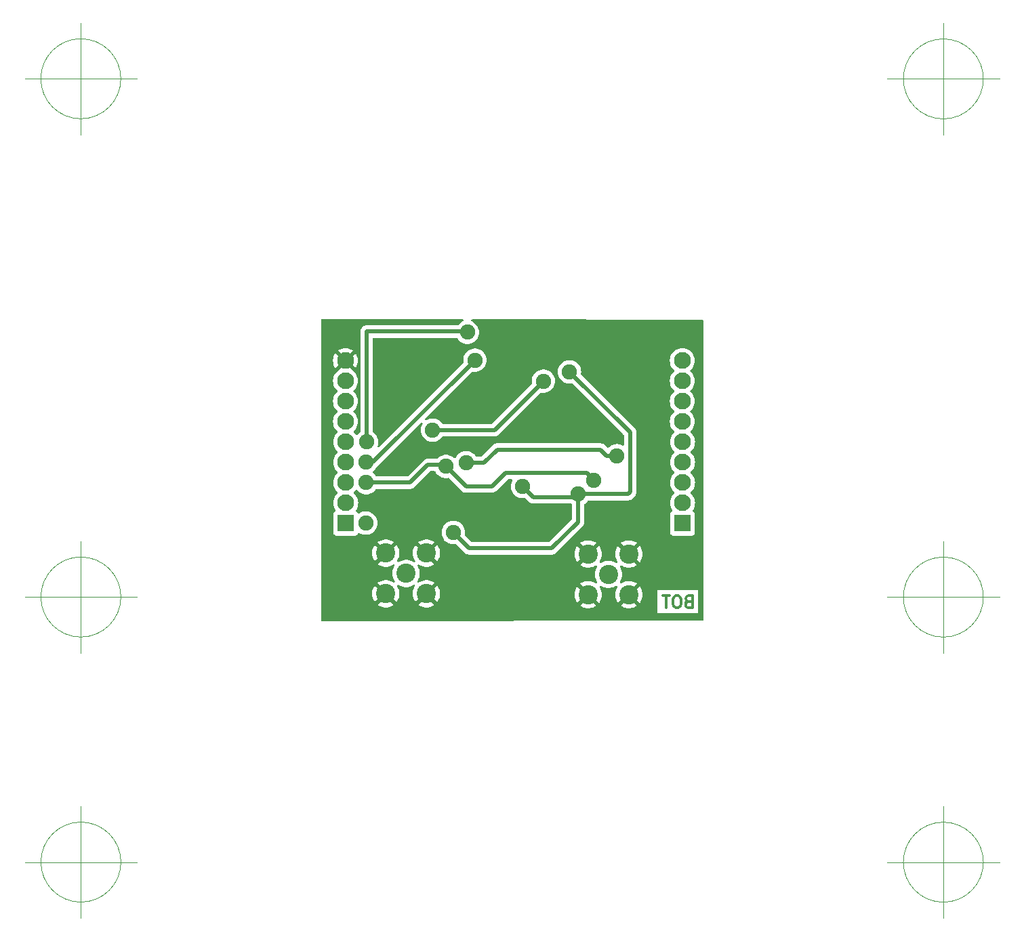
<source format=gbl>
G04 #@! TF.GenerationSoftware,KiCad,Pcbnew,8.0.0-rc1-6-gb7460f29b4*
G04 #@! TF.CreationDate,2025-03-10T21:44:44+01:00*
G04 #@! TF.ProjectId,LO_daughter,4c4f5f64-6175-4676-9874-65722e6b6963,rev?*
G04 #@! TF.SameCoordinates,Original*
G04 #@! TF.FileFunction,Copper,L2,Bot*
G04 #@! TF.FilePolarity,Positive*
%FSLAX46Y46*%
G04 Gerber Fmt 4.6, Leading zero omitted, Abs format (unit mm)*
G04 Created by KiCad (PCBNEW 8.0.0-rc1-6-gb7460f29b4) date 2025-03-10 21:44:44*
%MOMM*%
%LPD*%
G01*
G04 APERTURE LIST*
%ADD10C,0.300000*%
G04 #@! TA.AperFunction,NonConductor*
%ADD11C,0.300000*%
G04 #@! TD*
G04 #@! TA.AperFunction,EtchedComponent*
%ADD12C,0.100000*%
G04 #@! TD*
G04 #@! TA.AperFunction,ComponentPad*
%ADD13C,2.400000*%
G04 #@! TD*
G04 #@! TA.AperFunction,ComponentPad*
%ADD14R,2.100000X2.100000*%
G04 #@! TD*
G04 #@! TA.AperFunction,ComponentPad*
%ADD15C,2.100000*%
G04 #@! TD*
G04 #@! TA.AperFunction,ViaPad*
%ADD16C,1.900000*%
G04 #@! TD*
G04 #@! TA.AperFunction,ViaPad*
%ADD17C,0.800000*%
G04 #@! TD*
G04 #@! TA.AperFunction,Conductor*
%ADD18C,0.541000*%
G04 #@! TD*
G04 #@! TA.AperFunction,Conductor*
%ADD19C,1.072000*%
G04 #@! TD*
G04 APERTURE END LIST*
D10*
D11*
X175650000Y-115382614D02*
X175435714Y-115454042D01*
X175435714Y-115454042D02*
X175364285Y-115525471D01*
X175364285Y-115525471D02*
X175292857Y-115668328D01*
X175292857Y-115668328D02*
X175292857Y-115882614D01*
X175292857Y-115882614D02*
X175364285Y-116025471D01*
X175364285Y-116025471D02*
X175435714Y-116096900D01*
X175435714Y-116096900D02*
X175578571Y-116168328D01*
X175578571Y-116168328D02*
X176150000Y-116168328D01*
X176150000Y-116168328D02*
X176150000Y-114668328D01*
X176150000Y-114668328D02*
X175650000Y-114668328D01*
X175650000Y-114668328D02*
X175507143Y-114739757D01*
X175507143Y-114739757D02*
X175435714Y-114811185D01*
X175435714Y-114811185D02*
X175364285Y-114954042D01*
X175364285Y-114954042D02*
X175364285Y-115096900D01*
X175364285Y-115096900D02*
X175435714Y-115239757D01*
X175435714Y-115239757D02*
X175507143Y-115311185D01*
X175507143Y-115311185D02*
X175650000Y-115382614D01*
X175650000Y-115382614D02*
X176150000Y-115382614D01*
X174364285Y-114668328D02*
X174078571Y-114668328D01*
X174078571Y-114668328D02*
X173935714Y-114739757D01*
X173935714Y-114739757D02*
X173792857Y-114882614D01*
X173792857Y-114882614D02*
X173721428Y-115168328D01*
X173721428Y-115168328D02*
X173721428Y-115668328D01*
X173721428Y-115668328D02*
X173792857Y-115954042D01*
X173792857Y-115954042D02*
X173935714Y-116096900D01*
X173935714Y-116096900D02*
X174078571Y-116168328D01*
X174078571Y-116168328D02*
X174364285Y-116168328D01*
X174364285Y-116168328D02*
X174507143Y-116096900D01*
X174507143Y-116096900D02*
X174650000Y-115954042D01*
X174650000Y-115954042D02*
X174721428Y-115668328D01*
X174721428Y-115668328D02*
X174721428Y-115168328D01*
X174721428Y-115168328D02*
X174650000Y-114882614D01*
X174650000Y-114882614D02*
X174507143Y-114739757D01*
X174507143Y-114739757D02*
X174364285Y-114668328D01*
X173292856Y-114668328D02*
X172435714Y-114668328D01*
X172864285Y-116168328D02*
X172864285Y-114668328D01*
D12*
X207500000Y-43080000D02*
X207500000Y-57080000D01*
X214500000Y-50080000D02*
X200500000Y-50080000D01*
X212500000Y-50080000D02*
G75*
G02*
X202500000Y-50080000I-5000000J0D01*
G01*
X202500000Y-50080000D02*
G75*
G02*
X212500000Y-50080000I5000000J0D01*
G01*
X99750000Y-107830000D02*
X99750000Y-121830000D01*
X106750000Y-114830000D02*
X92750000Y-114830000D01*
X104750000Y-114830000D02*
G75*
G02*
X94750000Y-114830000I-5000000J0D01*
G01*
X94750000Y-114830000D02*
G75*
G02*
X104750000Y-114830000I5000000J0D01*
G01*
X99750000Y-140960000D02*
X99750000Y-154960000D01*
X106750000Y-147960000D02*
X92750000Y-147960000D01*
X104750000Y-147960000D02*
G75*
G02*
X94750000Y-147960000I-5000000J0D01*
G01*
X94750000Y-147960000D02*
G75*
G02*
X104750000Y-147960000I5000000J0D01*
G01*
X99740000Y-43060000D02*
X99740000Y-57060000D01*
X106740000Y-50060000D02*
X92740000Y-50060000D01*
X104740000Y-50060000D02*
G75*
G02*
X94740000Y-50060000I-5000000J0D01*
G01*
X94740000Y-50060000D02*
G75*
G02*
X104740000Y-50060000I5000000J0D01*
G01*
X207500000Y-107840000D02*
X207500000Y-121840000D01*
X214500000Y-114840000D02*
X200500000Y-114840000D01*
X212500000Y-114840000D02*
G75*
G02*
X202500000Y-114840000I-5000000J0D01*
G01*
X202500000Y-114840000D02*
G75*
G02*
X212500000Y-114840000I5000000J0D01*
G01*
X207500000Y-140970000D02*
X207500000Y-154970000D01*
X214500000Y-147970000D02*
X200500000Y-147970000D01*
X212500000Y-147970000D02*
G75*
G02*
X202500000Y-147970000I-5000000J0D01*
G01*
X202500000Y-147970000D02*
G75*
G02*
X212500000Y-147970000I5000000J0D01*
G01*
D13*
X165670000Y-111990000D03*
X163130000Y-109450000D03*
X163130000Y-114530000D03*
X168210000Y-114530000D03*
X168210000Y-109450000D03*
D14*
X174910000Y-105607500D03*
D15*
X174910000Y-103067500D03*
X174910000Y-100527500D03*
X174910000Y-97987500D03*
X174910000Y-95447500D03*
X174885000Y-92907500D03*
X174885000Y-90367500D03*
X174885000Y-87827500D03*
X174885000Y-85282500D03*
D13*
X140380000Y-111880000D03*
X137840000Y-109340000D03*
X137840000Y-114420000D03*
X142920000Y-114420000D03*
X142920000Y-109340000D03*
D14*
X132830000Y-105607500D03*
D15*
X132830000Y-103067500D03*
X132830000Y-100527500D03*
X132830000Y-97987500D03*
X132830000Y-95447500D03*
X132805000Y-92907500D03*
X132805000Y-90367500D03*
X132805000Y-87827500D03*
X132805000Y-85282500D03*
D16*
X143690000Y-93970000D03*
X157530000Y-87850000D03*
D17*
X155210000Y-107390000D03*
X159830000Y-109470000D03*
X136910000Y-93750000D03*
X163080000Y-111980000D03*
X137640000Y-111860000D03*
X156250000Y-93970000D03*
X150040000Y-111340000D03*
X153850000Y-111410000D03*
X165650000Y-104460000D03*
X140440000Y-114530000D03*
X165670000Y-114490000D03*
X155780000Y-111390000D03*
X148630000Y-107150000D03*
X164350000Y-107340000D03*
X150350000Y-107170000D03*
X168000000Y-112050000D03*
X146260000Y-108840000D03*
X151910000Y-111370000D03*
X157940000Y-111360000D03*
X154940000Y-94450000D03*
X148260000Y-111830000D03*
X146380000Y-103520000D03*
X145470000Y-91460000D03*
X161240000Y-108060000D03*
X140470000Y-109440000D03*
X139130000Y-97730000D03*
X167000000Y-105500000D03*
X166950000Y-107310000D03*
X164070000Y-104430000D03*
X136860000Y-91690000D03*
X153740000Y-93898000D03*
X145100000Y-110610000D03*
X146980000Y-113200000D03*
X145010000Y-113270000D03*
X162750000Y-107170000D03*
D16*
X160800000Y-86680000D03*
X135330000Y-105590000D03*
X146280000Y-106760000D03*
X161860000Y-101980000D03*
X154940000Y-101030000D03*
X135390000Y-100530000D03*
X163850000Y-100220000D03*
X145355000Y-98505000D03*
X148030000Y-81730000D03*
X135450000Y-95450000D03*
X166721321Y-97174907D03*
X147880000Y-98060000D03*
X135330000Y-97970000D03*
X148980000Y-85230000D03*
D18*
X143690000Y-93970000D02*
X151410000Y-93970000D01*
X151410000Y-93970000D02*
X157530000Y-87850000D01*
X160800000Y-86680000D02*
X168370000Y-94250000D01*
X168370000Y-101700000D02*
X168090000Y-101980000D01*
X154940000Y-101030000D02*
X156250000Y-102340000D01*
X161500000Y-102340000D02*
X161860000Y-101980000D01*
X135330000Y-105590000D02*
X135530000Y-105790000D01*
X146280000Y-106760000D02*
X148270000Y-108750000D01*
X168370000Y-94250000D02*
X168370000Y-101700000D01*
X156250000Y-102340000D02*
X161500000Y-102340000D01*
D19*
X154940000Y-101030000D02*
X154940000Y-101060000D01*
D18*
X168090000Y-101980000D02*
X161860000Y-101980000D01*
X161860000Y-105460000D02*
X161860000Y-101980000D01*
X148270000Y-108750000D02*
X158570000Y-108750000D01*
X158570000Y-108750000D02*
X161860000Y-105460000D01*
X162960000Y-99330000D02*
X163850000Y-100220000D01*
X151090000Y-101020000D02*
X152780000Y-99330000D01*
X145355000Y-98505000D02*
X147870000Y-101020000D01*
X140890000Y-100530000D02*
X135390000Y-100530000D01*
X147870000Y-101020000D02*
X151090000Y-101020000D01*
X143100000Y-98320000D02*
X140890000Y-100530000D01*
X145170000Y-98320000D02*
X143100000Y-98320000D01*
X152780000Y-99330000D02*
X162960000Y-99330000D01*
X145355000Y-98505000D02*
X145170000Y-98320000D01*
X135450000Y-81660000D02*
X135450000Y-95450000D01*
X148030000Y-81730000D02*
X147960000Y-81660000D01*
X147960000Y-81660000D02*
X135450000Y-81660000D01*
X151750000Y-96400000D02*
X150090000Y-98060000D01*
X150090000Y-98060000D02*
X147880000Y-98060000D01*
X165444907Y-97174907D02*
X164670000Y-96400000D01*
X164670000Y-96400000D02*
X151750000Y-96400000D01*
X166721321Y-97174907D02*
X165444907Y-97174907D01*
X135330000Y-97970000D02*
X136240000Y-97970000D01*
X136240000Y-97970000D02*
X148980000Y-85230000D01*
G04 #@! TA.AperFunction,Conductor*
G36*
X147429814Y-80134809D02*
G01*
X147497917Y-80154868D01*
X147544365Y-80208563D01*
X147554410Y-80278845D01*
X147524863Y-80343401D01*
X147470622Y-80379981D01*
X147442126Y-80389764D01*
X147442119Y-80389766D01*
X147229542Y-80504807D01*
X147229541Y-80504808D01*
X147038792Y-80653274D01*
X146875101Y-80831091D01*
X146874093Y-80832387D01*
X146873546Y-80832780D01*
X146871564Y-80834934D01*
X146871120Y-80834526D01*
X146816469Y-80873861D01*
X146774658Y-80881000D01*
X135373271Y-80881000D01*
X135222773Y-80910937D01*
X135222770Y-80910938D01*
X135081004Y-80969659D01*
X134953417Y-81054910D01*
X134953411Y-81054915D01*
X134844915Y-81163411D01*
X134844910Y-81163417D01*
X134759659Y-81291004D01*
X134700938Y-81432770D01*
X134700937Y-81432773D01*
X134671000Y-81583271D01*
X134671000Y-94146508D01*
X134650998Y-94214629D01*
X134622391Y-94245939D01*
X134458799Y-94373268D01*
X134296070Y-94550039D01*
X134235217Y-94586610D01*
X134164253Y-94584475D01*
X134105707Y-94544314D01*
X134095940Y-94530541D01*
X134094758Y-94528613D01*
X134094754Y-94528607D01*
X134094753Y-94528606D01*
X134094752Y-94528604D01*
X133935433Y-94342067D01*
X133842430Y-94262634D01*
X133803621Y-94203183D01*
X133803115Y-94132188D01*
X133841071Y-94072190D01*
X133842321Y-94071105D01*
X133910433Y-94012933D01*
X134069752Y-93826396D01*
X134197927Y-93617232D01*
X134291805Y-93390592D01*
X134349072Y-93152057D01*
X134368319Y-92907500D01*
X134349072Y-92662943D01*
X134291805Y-92424408D01*
X134197927Y-92197768D01*
X134069752Y-91988604D01*
X133910433Y-91802067D01*
X133829929Y-91733309D01*
X133791121Y-91673860D01*
X133790615Y-91602866D01*
X133828571Y-91542867D01*
X133829879Y-91541732D01*
X133910433Y-91472933D01*
X134069752Y-91286396D01*
X134197927Y-91077232D01*
X134291805Y-90850592D01*
X134349072Y-90612057D01*
X134368319Y-90367500D01*
X134349072Y-90122943D01*
X134291805Y-89884408D01*
X134197927Y-89657768D01*
X134069752Y-89448604D01*
X133910433Y-89262067D01*
X133829929Y-89193309D01*
X133791121Y-89133860D01*
X133790615Y-89062866D01*
X133828571Y-89002867D01*
X133829879Y-89001732D01*
X133910433Y-88932933D01*
X134069752Y-88746396D01*
X134197927Y-88537232D01*
X134291805Y-88310592D01*
X134349072Y-88072057D01*
X134368319Y-87827500D01*
X134349072Y-87582943D01*
X134291805Y-87344408D01*
X134197927Y-87117768D01*
X134084122Y-86932054D01*
X134069754Y-86908607D01*
X134069753Y-86908606D01*
X134069752Y-86908604D01*
X133910433Y-86722067D01*
X133757396Y-86591360D01*
X133742337Y-86578498D01*
X133735073Y-86571782D01*
X132929948Y-85766657D01*
X132997993Y-85748425D01*
X133112007Y-85682599D01*
X133205099Y-85589507D01*
X133270925Y-85475493D01*
X133289157Y-85407448D01*
X134074461Y-86192752D01*
X134074462Y-86192751D01*
X134197479Y-85992008D01*
X134291328Y-85765435D01*
X134348576Y-85526978D01*
X134367817Y-85282500D01*
X134348576Y-85038021D01*
X134291328Y-84799564D01*
X134197479Y-84572991D01*
X134074462Y-84372247D01*
X134074460Y-84372247D01*
X133289157Y-85157550D01*
X133270925Y-85089507D01*
X133205099Y-84975493D01*
X133112007Y-84882401D01*
X132997993Y-84816575D01*
X132929948Y-84798342D01*
X133715251Y-84013038D01*
X133715251Y-84013037D01*
X133514503Y-83890018D01*
X133287935Y-83796171D01*
X133049478Y-83738923D01*
X132805000Y-83719682D01*
X132560521Y-83738923D01*
X132322064Y-83796171D01*
X132095496Y-83890018D01*
X131894747Y-84013037D01*
X131894747Y-84013038D01*
X132680051Y-84798342D01*
X132612007Y-84816575D01*
X132497993Y-84882401D01*
X132404901Y-84975493D01*
X132339075Y-85089507D01*
X132320842Y-85157551D01*
X131535538Y-84372247D01*
X131535537Y-84372247D01*
X131412518Y-84572996D01*
X131318671Y-84799564D01*
X131261423Y-85038021D01*
X131242182Y-85282500D01*
X131261423Y-85526978D01*
X131318671Y-85765435D01*
X131412518Y-85992003D01*
X131535538Y-86192751D01*
X132320841Y-85407447D01*
X132339075Y-85475493D01*
X132404901Y-85589507D01*
X132497993Y-85682599D01*
X132612007Y-85748425D01*
X132680051Y-85766657D01*
X131874913Y-86571795D01*
X131867649Y-86578510D01*
X131699567Y-86722067D01*
X131540245Y-86908607D01*
X131412074Y-87117766D01*
X131318195Y-87344407D01*
X131261899Y-87578900D01*
X131260928Y-87582943D01*
X131241681Y-87827500D01*
X131260928Y-88072057D01*
X131318195Y-88310592D01*
X131412073Y-88537232D01*
X131465094Y-88623756D01*
X131540245Y-88746392D01*
X131540246Y-88746394D01*
X131540248Y-88746396D01*
X131699567Y-88932933D01*
X131765903Y-88989589D01*
X131780069Y-89001689D01*
X131818878Y-89061140D01*
X131819384Y-89132135D01*
X131781428Y-89192133D01*
X131780069Y-89193311D01*
X131699567Y-89262067D01*
X131540245Y-89448607D01*
X131412074Y-89657766D01*
X131412073Y-89657768D01*
X131318195Y-89884408D01*
X131260928Y-90122943D01*
X131241681Y-90367500D01*
X131260928Y-90612057D01*
X131318195Y-90850592D01*
X131412073Y-91077232D01*
X131412074Y-91077233D01*
X131540245Y-91286392D01*
X131540246Y-91286394D01*
X131540248Y-91286396D01*
X131699567Y-91472933D01*
X131765903Y-91529589D01*
X131780069Y-91541689D01*
X131818878Y-91601140D01*
X131819384Y-91672135D01*
X131781428Y-91732133D01*
X131780069Y-91733311D01*
X131699567Y-91802067D01*
X131540245Y-91988607D01*
X131412074Y-92197766D01*
X131318195Y-92424407D01*
X131287735Y-92551283D01*
X131260928Y-92662943D01*
X131241681Y-92907500D01*
X131260928Y-93152057D01*
X131318195Y-93390592D01*
X131412073Y-93617232D01*
X131412074Y-93617233D01*
X131540245Y-93826392D01*
X131540246Y-93826394D01*
X131540248Y-93826396D01*
X131699566Y-94012932D01*
X131699569Y-94012935D01*
X131792568Y-94092364D01*
X131831378Y-94151814D01*
X131831884Y-94222809D01*
X131793928Y-94282808D01*
X131792570Y-94283985D01*
X131724567Y-94342066D01*
X131565245Y-94528607D01*
X131437074Y-94737766D01*
X131343195Y-94964407D01*
X131323431Y-95046731D01*
X131285928Y-95202943D01*
X131266681Y-95447500D01*
X131285928Y-95692057D01*
X131343195Y-95930592D01*
X131437073Y-96157232D01*
X131447135Y-96173651D01*
X131565245Y-96366392D01*
X131565246Y-96366394D01*
X131565248Y-96366396D01*
X131724567Y-96552933D01*
X131781431Y-96601500D01*
X131805069Y-96621689D01*
X131843878Y-96681140D01*
X131844384Y-96752135D01*
X131806428Y-96812133D01*
X131805069Y-96813311D01*
X131724567Y-96882067D01*
X131565245Y-97068607D01*
X131437074Y-97277766D01*
X131437073Y-97277768D01*
X131436228Y-97279808D01*
X131358016Y-97468628D01*
X131343195Y-97504408D01*
X131285928Y-97742943D01*
X131266681Y-97987500D01*
X131285928Y-98232057D01*
X131343195Y-98470592D01*
X131437073Y-98697232D01*
X131485374Y-98776052D01*
X131565245Y-98906392D01*
X131565246Y-98906394D01*
X131565248Y-98906396D01*
X131724567Y-99092933D01*
X131783508Y-99143274D01*
X131805069Y-99161689D01*
X131843878Y-99221140D01*
X131844384Y-99292135D01*
X131806428Y-99352133D01*
X131805069Y-99353311D01*
X131724567Y-99422067D01*
X131565245Y-99608607D01*
X131437074Y-99817766D01*
X131370242Y-99979112D01*
X131343195Y-100044408D01*
X131285928Y-100282943D01*
X131266681Y-100527500D01*
X131285928Y-100772057D01*
X131317429Y-100903269D01*
X131343195Y-101010592D01*
X131437073Y-101237232D01*
X131565245Y-101446392D01*
X131565246Y-101446394D01*
X131565248Y-101446396D01*
X131724567Y-101632933D01*
X131790903Y-101689589D01*
X131805069Y-101701689D01*
X131843878Y-101761140D01*
X131844384Y-101832135D01*
X131806428Y-101892133D01*
X131805069Y-101893311D01*
X131724567Y-101962067D01*
X131565245Y-102148607D01*
X131499931Y-102255192D01*
X131437073Y-102357768D01*
X131409578Y-102424145D01*
X131343195Y-102584407D01*
X131301279Y-102759000D01*
X131285928Y-102822943D01*
X131266681Y-103067500D01*
X131285928Y-103312057D01*
X131343195Y-103550592D01*
X131437073Y-103777232D01*
X131437074Y-103777233D01*
X131545867Y-103954770D01*
X131564405Y-104023303D01*
X131542948Y-104090980D01*
X131513943Y-104121472D01*
X131416738Y-104194238D01*
X131329112Y-104311292D01*
X131329110Y-104311297D01*
X131278011Y-104448295D01*
X131278009Y-104448303D01*
X131271500Y-104508850D01*
X131271500Y-106706149D01*
X131278009Y-106766696D01*
X131278011Y-106766704D01*
X131329110Y-106903702D01*
X131329112Y-106903707D01*
X131416738Y-107020761D01*
X131533792Y-107108387D01*
X131533794Y-107108388D01*
X131533796Y-107108389D01*
X131592875Y-107130424D01*
X131670795Y-107159488D01*
X131670803Y-107159490D01*
X131731350Y-107165999D01*
X131731355Y-107165999D01*
X131731362Y-107166000D01*
X131731368Y-107166000D01*
X133928632Y-107166000D01*
X133928638Y-107166000D01*
X133928645Y-107165999D01*
X133928649Y-107165999D01*
X133989196Y-107159490D01*
X133989199Y-107159489D01*
X133989201Y-107159489D01*
X134126204Y-107108389D01*
X134177788Y-107069774D01*
X134243261Y-107020761D01*
X134330887Y-106903707D01*
X134330888Y-106903705D01*
X134330887Y-106903705D01*
X134330889Y-106903704D01*
X134341294Y-106875805D01*
X134383839Y-106818972D01*
X134450359Y-106794160D01*
X134519733Y-106809251D01*
X134528280Y-106814366D01*
X134529532Y-106815184D01*
X134529542Y-106815192D01*
X134693094Y-106903702D01*
X134742119Y-106930233D01*
X134742121Y-106930234D01*
X134862150Y-106971439D01*
X134970732Y-107008716D01*
X135209145Y-107048500D01*
X135209149Y-107048500D01*
X135450851Y-107048500D01*
X135450855Y-107048500D01*
X135689268Y-107008716D01*
X135917881Y-106930233D01*
X136130458Y-106815192D01*
X136321201Y-106666731D01*
X136484906Y-106488900D01*
X136617109Y-106286549D01*
X136714203Y-106065197D01*
X136773539Y-105830884D01*
X136793499Y-105590000D01*
X136773539Y-105349116D01*
X136771555Y-105341283D01*
X136714204Y-105114806D01*
X136714201Y-105114799D01*
X136617109Y-104893451D01*
X136484906Y-104691100D01*
X136484905Y-104691099D01*
X136484904Y-104691097D01*
X136321207Y-104513274D01*
X136315538Y-104508862D01*
X136130458Y-104364808D01*
X136130457Y-104364807D01*
X135917880Y-104249766D01*
X135917878Y-104249765D01*
X135689272Y-104171285D01*
X135689265Y-104171283D01*
X135587230Y-104154256D01*
X135450855Y-104131500D01*
X135209145Y-104131500D01*
X135089832Y-104151409D01*
X134970734Y-104171283D01*
X134970727Y-104171285D01*
X134742121Y-104249765D01*
X134742119Y-104249766D01*
X134529542Y-104364807D01*
X134529530Y-104364815D01*
X134526507Y-104367169D01*
X134460464Y-104393223D01*
X134390819Y-104379436D01*
X134339684Y-104330184D01*
X134331064Y-104311766D01*
X134330888Y-104311294D01*
X134330887Y-104311292D01*
X134243262Y-104194240D01*
X134243259Y-104194238D01*
X134146055Y-104121471D01*
X134103509Y-104064635D01*
X134098445Y-103993819D01*
X134114129Y-103954775D01*
X134222927Y-103777232D01*
X134316805Y-103550592D01*
X134374072Y-103312057D01*
X134393319Y-103067500D01*
X134374072Y-102822943D01*
X134316805Y-102584408D01*
X134222927Y-102357768D01*
X134107819Y-102169928D01*
X134094754Y-102148607D01*
X134094753Y-102148606D01*
X134094752Y-102148604D01*
X133935433Y-101962067D01*
X133854929Y-101893309D01*
X133816121Y-101833860D01*
X133815615Y-101762866D01*
X133853571Y-101702867D01*
X133854879Y-101701732D01*
X133935433Y-101632933D01*
X134077767Y-101466281D01*
X134137216Y-101427473D01*
X134208211Y-101426966D01*
X134266278Y-101462776D01*
X134398792Y-101606725D01*
X134398797Y-101606729D01*
X134398799Y-101606731D01*
X134563484Y-101734910D01*
X134589541Y-101755191D01*
X134589542Y-101755192D01*
X134802119Y-101870233D01*
X134802121Y-101870234D01*
X134922150Y-101911439D01*
X135030732Y-101948716D01*
X135269145Y-101988500D01*
X135269149Y-101988500D01*
X135510851Y-101988500D01*
X135510855Y-101988500D01*
X135749268Y-101948716D01*
X135977881Y-101870233D01*
X136190458Y-101755192D01*
X136381201Y-101606731D01*
X136423300Y-101561000D01*
X136492697Y-101485614D01*
X136544906Y-101428900D01*
X136585947Y-101366082D01*
X136639949Y-101319996D01*
X136691428Y-101309000D01*
X140966724Y-101309000D01*
X140966725Y-101309000D01*
X141117226Y-101279064D01*
X141218216Y-101237232D01*
X141258995Y-101220341D01*
X141386583Y-101135089D01*
X141495089Y-101026583D01*
X143385767Y-99135905D01*
X143448079Y-99101879D01*
X143474862Y-99099000D01*
X143940589Y-99099000D01*
X144008710Y-99119002D01*
X144055203Y-99172658D01*
X144055976Y-99174386D01*
X144066140Y-99197558D01*
X144067891Y-99201549D01*
X144122537Y-99285191D01*
X144200095Y-99403902D01*
X144363792Y-99581725D01*
X144363797Y-99581729D01*
X144363799Y-99581731D01*
X144478856Y-99671283D01*
X144554541Y-99730191D01*
X144554542Y-99730192D01*
X144767119Y-99845233D01*
X144767121Y-99845234D01*
X144887150Y-99886439D01*
X144995732Y-99923716D01*
X145234145Y-99963500D01*
X145234149Y-99963500D01*
X145475856Y-99963500D01*
X145512555Y-99957375D01*
X145614109Y-99940429D01*
X145684592Y-99948945D01*
X145723943Y-99975615D01*
X147264911Y-101516583D01*
X147373417Y-101625089D01*
X147501005Y-101710341D01*
X147560323Y-101734911D01*
X147642774Y-101769064D01*
X147793275Y-101799000D01*
X147793276Y-101799000D01*
X151166724Y-101799000D01*
X151166725Y-101799000D01*
X151317226Y-101769064D01*
X151421601Y-101725830D01*
X151458995Y-101710341D01*
X151586583Y-101625089D01*
X151695089Y-101516583D01*
X153065767Y-100145905D01*
X153128079Y-100111879D01*
X153154862Y-100109000D01*
X153566705Y-100109000D01*
X153634826Y-100129002D01*
X153681319Y-100182658D01*
X153691423Y-100252932D01*
X153672189Y-100303913D01*
X153653866Y-100331957D01*
X153652889Y-100333454D01*
X153555798Y-100554799D01*
X153555795Y-100554806D01*
X153496463Y-100789103D01*
X153496461Y-100789112D01*
X153476501Y-101030000D01*
X153496461Y-101270887D01*
X153496463Y-101270896D01*
X153555795Y-101505193D01*
X153555798Y-101505200D01*
X153652576Y-101725832D01*
X153652891Y-101726549D01*
X153721874Y-101832135D01*
X153785095Y-101928902D01*
X153948792Y-102106725D01*
X153948797Y-102106729D01*
X153948799Y-102106731D01*
X154064240Y-102196582D01*
X154139541Y-102255191D01*
X154139542Y-102255192D01*
X154352119Y-102370233D01*
X154352121Y-102370234D01*
X154472150Y-102411439D01*
X154580732Y-102448716D01*
X154819145Y-102488500D01*
X154819149Y-102488500D01*
X155060856Y-102488500D01*
X155097555Y-102482375D01*
X155199109Y-102465429D01*
X155269592Y-102473945D01*
X155308943Y-102500615D01*
X155644911Y-102836583D01*
X155753417Y-102945089D01*
X155881005Y-103030341D01*
X155922526Y-103047539D01*
X155922527Y-103047540D01*
X155957969Y-103062220D01*
X156022774Y-103089064D01*
X156173275Y-103119000D01*
X160905546Y-103119000D01*
X160973667Y-103139002D01*
X160982936Y-103145568D01*
X161032390Y-103184059D01*
X161073862Y-103241683D01*
X161081000Y-103283491D01*
X161081000Y-105085138D01*
X161060998Y-105153259D01*
X161044095Y-105174233D01*
X158284233Y-107934095D01*
X158221921Y-107968121D01*
X158195138Y-107971000D01*
X148644862Y-107971000D01*
X148576741Y-107950998D01*
X148555767Y-107934095D01*
X147753758Y-107132086D01*
X147719732Y-107069774D01*
X147720710Y-107012054D01*
X147723539Y-107000884D01*
X147743499Y-106760000D01*
X147723539Y-106519116D01*
X147715887Y-106488900D01*
X147664204Y-106284806D01*
X147664201Y-106284799D01*
X147567110Y-106063454D01*
X147567109Y-106063451D01*
X147434906Y-105861100D01*
X147434905Y-105861099D01*
X147434904Y-105861097D01*
X147271207Y-105683274D01*
X147080458Y-105534808D01*
X147080457Y-105534807D01*
X146867880Y-105419766D01*
X146867878Y-105419765D01*
X146639272Y-105341285D01*
X146639265Y-105341283D01*
X146537230Y-105324256D01*
X146400855Y-105301500D01*
X146159145Y-105301500D01*
X146039832Y-105321409D01*
X145920734Y-105341283D01*
X145920727Y-105341285D01*
X145692121Y-105419765D01*
X145692119Y-105419766D01*
X145479542Y-105534807D01*
X145479541Y-105534808D01*
X145288792Y-105683274D01*
X145125095Y-105861097D01*
X144992889Y-106063454D01*
X144895798Y-106284799D01*
X144895795Y-106284806D01*
X144836463Y-106519103D01*
X144836461Y-106519112D01*
X144816501Y-106760000D01*
X144836461Y-107000887D01*
X144836463Y-107000896D01*
X144895795Y-107235193D01*
X144895797Y-107235197D01*
X144992891Y-107456549D01*
X145081026Y-107591449D01*
X145125095Y-107658902D01*
X145288792Y-107836725D01*
X145288797Y-107836729D01*
X145288799Y-107836731D01*
X145457609Y-107968121D01*
X145479541Y-107985191D01*
X145479542Y-107985192D01*
X145692119Y-108100233D01*
X145692121Y-108100234D01*
X145812150Y-108141439D01*
X145920732Y-108178716D01*
X146159145Y-108218500D01*
X146159149Y-108218500D01*
X146400856Y-108218500D01*
X146437555Y-108212375D01*
X146539109Y-108195429D01*
X146609592Y-108203945D01*
X146648943Y-108230615D01*
X147664911Y-109246583D01*
X147773417Y-109355089D01*
X147901005Y-109440341D01*
X147942526Y-109457539D01*
X147942527Y-109457540D01*
X147977969Y-109472220D01*
X148042774Y-109499064D01*
X148193275Y-109529000D01*
X148193276Y-109529000D01*
X158646724Y-109529000D01*
X158646725Y-109529000D01*
X158797226Y-109499064D01*
X158897471Y-109457540D01*
X158938995Y-109440341D01*
X159066583Y-109355089D01*
X159175089Y-109246583D01*
X162465089Y-105956583D01*
X162550341Y-105828995D01*
X162570665Y-105779928D01*
X162609064Y-105687226D01*
X162639000Y-105536725D01*
X162639000Y-105383274D01*
X162639000Y-103283491D01*
X162659002Y-103215370D01*
X162687607Y-103184060D01*
X162851201Y-103056731D01*
X163014906Y-102878900D01*
X163055947Y-102816082D01*
X163109949Y-102769996D01*
X163161428Y-102759000D01*
X168166724Y-102759000D01*
X168166725Y-102759000D01*
X168317226Y-102729064D01*
X168444007Y-102676549D01*
X168458995Y-102670341D01*
X168586583Y-102585089D01*
X168695089Y-102476583D01*
X168975089Y-102196583D01*
X168992899Y-102169928D01*
X169060341Y-102068995D01*
X169100929Y-101971006D01*
X169119064Y-101927226D01*
X169149000Y-101776725D01*
X169149000Y-101623275D01*
X169149000Y-94173275D01*
X169146345Y-94159928D01*
X169119064Y-94022774D01*
X169114988Y-94012935D01*
X169065423Y-93893275D01*
X169065423Y-93893274D01*
X169065420Y-93893268D01*
X169060341Y-93881005D01*
X169060338Y-93881000D01*
X169023852Y-93826396D01*
X168975089Y-93753417D01*
X168866583Y-93644911D01*
X168129172Y-92907500D01*
X173321681Y-92907500D01*
X173340928Y-93152057D01*
X173398195Y-93390592D01*
X173492073Y-93617232D01*
X173492074Y-93617233D01*
X173620245Y-93826392D01*
X173620246Y-93826394D01*
X173620248Y-93826396D01*
X173779566Y-94012932D01*
X173779569Y-94012935D01*
X173872568Y-94092364D01*
X173911378Y-94151814D01*
X173911884Y-94222809D01*
X173873928Y-94282808D01*
X173872570Y-94283985D01*
X173804567Y-94342066D01*
X173645245Y-94528607D01*
X173517074Y-94737766D01*
X173423195Y-94964407D01*
X173403431Y-95046731D01*
X173365928Y-95202943D01*
X173346681Y-95447500D01*
X173365928Y-95692057D01*
X173423195Y-95930592D01*
X173517073Y-96157232D01*
X173527135Y-96173651D01*
X173645245Y-96366392D01*
X173645246Y-96366394D01*
X173645248Y-96366396D01*
X173804567Y-96552933D01*
X173861431Y-96601500D01*
X173885069Y-96621689D01*
X173923878Y-96681140D01*
X173924384Y-96752135D01*
X173886428Y-96812133D01*
X173885069Y-96813311D01*
X173804567Y-96882067D01*
X173645245Y-97068607D01*
X173517074Y-97277766D01*
X173517073Y-97277768D01*
X173516228Y-97279808D01*
X173438016Y-97468628D01*
X173423195Y-97504408D01*
X173365928Y-97742943D01*
X173346681Y-97987500D01*
X173365928Y-98232057D01*
X173423195Y-98470592D01*
X173517073Y-98697232D01*
X173565374Y-98776052D01*
X173645245Y-98906392D01*
X173645246Y-98906394D01*
X173645248Y-98906396D01*
X173804567Y-99092933D01*
X173863508Y-99143274D01*
X173885069Y-99161689D01*
X173923878Y-99221140D01*
X173924384Y-99292135D01*
X173886428Y-99352133D01*
X173885069Y-99353311D01*
X173804567Y-99422067D01*
X173645245Y-99608607D01*
X173517074Y-99817766D01*
X173450242Y-99979112D01*
X173423195Y-100044408D01*
X173365928Y-100282943D01*
X173346681Y-100527500D01*
X173365928Y-100772057D01*
X173397429Y-100903269D01*
X173423195Y-101010592D01*
X173517073Y-101237232D01*
X173645245Y-101446392D01*
X173645246Y-101446394D01*
X173645248Y-101446396D01*
X173804567Y-101632933D01*
X173870903Y-101689589D01*
X173885069Y-101701689D01*
X173923878Y-101761140D01*
X173924384Y-101832135D01*
X173886428Y-101892133D01*
X173885069Y-101893311D01*
X173804567Y-101962067D01*
X173645245Y-102148607D01*
X173579931Y-102255192D01*
X173517073Y-102357768D01*
X173489578Y-102424145D01*
X173423195Y-102584407D01*
X173381279Y-102759000D01*
X173365928Y-102822943D01*
X173346681Y-103067500D01*
X173365928Y-103312057D01*
X173423195Y-103550592D01*
X173517073Y-103777232D01*
X173517074Y-103777233D01*
X173625867Y-103954770D01*
X173644405Y-104023303D01*
X173622948Y-104090980D01*
X173593943Y-104121472D01*
X173496738Y-104194238D01*
X173409112Y-104311292D01*
X173409110Y-104311297D01*
X173358011Y-104448295D01*
X173358009Y-104448303D01*
X173351500Y-104508850D01*
X173351500Y-106706149D01*
X173358009Y-106766696D01*
X173358011Y-106766704D01*
X173409110Y-106903702D01*
X173409112Y-106903707D01*
X173496738Y-107020761D01*
X173613792Y-107108387D01*
X173613794Y-107108388D01*
X173613796Y-107108389D01*
X173672875Y-107130424D01*
X173750795Y-107159488D01*
X173750803Y-107159490D01*
X173811350Y-107165999D01*
X173811355Y-107165999D01*
X173811362Y-107166000D01*
X173811368Y-107166000D01*
X176008632Y-107166000D01*
X176008638Y-107166000D01*
X176008645Y-107165999D01*
X176008649Y-107165999D01*
X176069196Y-107159490D01*
X176069199Y-107159489D01*
X176069201Y-107159489D01*
X176206204Y-107108389D01*
X176257788Y-107069774D01*
X176323261Y-107020761D01*
X176410887Y-106903707D01*
X176410888Y-106903705D01*
X176410889Y-106903704D01*
X176461989Y-106766701D01*
X176462710Y-106760000D01*
X176468499Y-106706149D01*
X176468500Y-106706132D01*
X176468500Y-104508867D01*
X176468499Y-104508850D01*
X176461990Y-104448303D01*
X176461988Y-104448295D01*
X176410889Y-104311297D01*
X176410887Y-104311292D01*
X176323262Y-104194240D01*
X176323259Y-104194238D01*
X176226055Y-104121471D01*
X176183509Y-104064635D01*
X176178445Y-103993819D01*
X176194129Y-103954775D01*
X176302927Y-103777232D01*
X176396805Y-103550592D01*
X176454072Y-103312057D01*
X176473319Y-103067500D01*
X176454072Y-102822943D01*
X176396805Y-102584408D01*
X176302927Y-102357768D01*
X176187819Y-102169928D01*
X176174754Y-102148607D01*
X176174753Y-102148606D01*
X176174752Y-102148604D01*
X176015433Y-101962067D01*
X175934929Y-101893309D01*
X175896121Y-101833860D01*
X175895615Y-101762866D01*
X175933571Y-101702867D01*
X175934879Y-101701732D01*
X176015433Y-101632933D01*
X176174752Y-101446396D01*
X176302927Y-101237232D01*
X176396805Y-101010592D01*
X176454072Y-100772057D01*
X176473319Y-100527500D01*
X176454072Y-100282943D01*
X176396805Y-100044408D01*
X176302927Y-99817768D01*
X176188714Y-99631388D01*
X176174754Y-99608607D01*
X176174753Y-99608606D01*
X176174752Y-99608604D01*
X176015433Y-99422067D01*
X175934929Y-99353309D01*
X175896121Y-99293860D01*
X175895615Y-99222866D01*
X175933571Y-99162867D01*
X175934879Y-99161732D01*
X176015433Y-99092933D01*
X176174752Y-98906396D01*
X176302927Y-98697232D01*
X176396805Y-98470592D01*
X176454072Y-98232057D01*
X176473319Y-97987500D01*
X176454072Y-97742943D01*
X176396805Y-97504408D01*
X176302927Y-97277768D01*
X176174752Y-97068604D01*
X176015433Y-96882067D01*
X175934929Y-96813309D01*
X175896121Y-96753860D01*
X175895615Y-96682866D01*
X175933571Y-96622867D01*
X175934879Y-96621732D01*
X176015433Y-96552933D01*
X176174752Y-96366396D01*
X176302927Y-96157232D01*
X176396805Y-95930592D01*
X176454072Y-95692057D01*
X176473319Y-95447500D01*
X176454072Y-95202943D01*
X176396805Y-94964408D01*
X176302927Y-94737768D01*
X176196883Y-94564719D01*
X176174754Y-94528607D01*
X176174753Y-94528606D01*
X176174752Y-94528604D01*
X176015433Y-94342067D01*
X175922430Y-94262634D01*
X175883621Y-94203183D01*
X175883115Y-94132188D01*
X175921071Y-94072190D01*
X175922321Y-94071105D01*
X175990433Y-94012933D01*
X176149752Y-93826396D01*
X176277927Y-93617232D01*
X176371805Y-93390592D01*
X176429072Y-93152057D01*
X176448319Y-92907500D01*
X176429072Y-92662943D01*
X176371805Y-92424408D01*
X176277927Y-92197768D01*
X176149752Y-91988604D01*
X175990433Y-91802067D01*
X175909929Y-91733309D01*
X175871121Y-91673860D01*
X175870615Y-91602866D01*
X175908571Y-91542867D01*
X175909879Y-91541732D01*
X175990433Y-91472933D01*
X176149752Y-91286396D01*
X176277927Y-91077232D01*
X176371805Y-90850592D01*
X176429072Y-90612057D01*
X176448319Y-90367500D01*
X176429072Y-90122943D01*
X176371805Y-89884408D01*
X176277927Y-89657768D01*
X176149752Y-89448604D01*
X175990433Y-89262067D01*
X175909929Y-89193309D01*
X175871121Y-89133860D01*
X175870615Y-89062866D01*
X175908571Y-89002867D01*
X175909879Y-89001732D01*
X175990433Y-88932933D01*
X176149752Y-88746396D01*
X176277927Y-88537232D01*
X176371805Y-88310592D01*
X176429072Y-88072057D01*
X176448319Y-87827500D01*
X176429072Y-87582943D01*
X176371805Y-87344408D01*
X176277927Y-87117768D01*
X176164122Y-86932054D01*
X176149754Y-86908607D01*
X176149753Y-86908606D01*
X176149752Y-86908604D01*
X175990433Y-86722067D01*
X175907002Y-86650809D01*
X175868194Y-86591360D01*
X175867688Y-86520366D01*
X175905644Y-86460367D01*
X175906959Y-86459226D01*
X175990433Y-86387933D01*
X176149752Y-86201396D01*
X176277927Y-85992232D01*
X176371805Y-85765592D01*
X176429072Y-85527057D01*
X176448319Y-85282500D01*
X176429072Y-85037943D01*
X176371805Y-84799408D01*
X176277927Y-84572768D01*
X176171883Y-84399719D01*
X176149754Y-84363607D01*
X176149753Y-84363606D01*
X176149752Y-84363604D01*
X175990433Y-84177067D01*
X175803896Y-84017748D01*
X175803894Y-84017746D01*
X175803892Y-84017745D01*
X175595458Y-83890018D01*
X175594732Y-83889573D01*
X175368092Y-83795695D01*
X175129557Y-83738428D01*
X174885000Y-83719181D01*
X174640443Y-83738428D01*
X174401907Y-83795695D01*
X174175266Y-83889574D01*
X173966107Y-84017745D01*
X173779567Y-84177067D01*
X173620245Y-84363607D01*
X173492074Y-84572766D01*
X173398195Y-84799407D01*
X173378270Y-84882401D01*
X173340928Y-85037943D01*
X173321681Y-85282500D01*
X173340928Y-85527057D01*
X173398195Y-85765592D01*
X173492073Y-85992232D01*
X173492074Y-85992233D01*
X173620245Y-86201392D01*
X173620246Y-86201394D01*
X173620248Y-86201396D01*
X173779567Y-86387933D01*
X173830323Y-86431283D01*
X173862996Y-86459189D01*
X173901805Y-86518640D01*
X173902311Y-86589635D01*
X173864355Y-86649634D01*
X173862996Y-86650811D01*
X173779567Y-86722067D01*
X173620245Y-86908607D01*
X173492074Y-87117766D01*
X173398195Y-87344407D01*
X173341899Y-87578900D01*
X173340928Y-87582943D01*
X173321681Y-87827500D01*
X173340928Y-88072057D01*
X173398195Y-88310592D01*
X173492073Y-88537232D01*
X173545094Y-88623756D01*
X173620245Y-88746392D01*
X173620246Y-88746394D01*
X173620248Y-88746396D01*
X173779567Y-88932933D01*
X173845903Y-88989589D01*
X173860069Y-89001689D01*
X173898878Y-89061140D01*
X173899384Y-89132135D01*
X173861428Y-89192133D01*
X173860069Y-89193311D01*
X173779567Y-89262067D01*
X173620245Y-89448607D01*
X173492074Y-89657766D01*
X173492073Y-89657768D01*
X173398195Y-89884408D01*
X173340928Y-90122943D01*
X173321681Y-90367500D01*
X173340928Y-90612057D01*
X173398195Y-90850592D01*
X173492073Y-91077232D01*
X173492074Y-91077233D01*
X173620245Y-91286392D01*
X173620246Y-91286394D01*
X173620248Y-91286396D01*
X173779567Y-91472933D01*
X173845903Y-91529589D01*
X173860069Y-91541689D01*
X173898878Y-91601140D01*
X173899384Y-91672135D01*
X173861428Y-91732133D01*
X173860069Y-91733311D01*
X173779567Y-91802067D01*
X173620245Y-91988607D01*
X173492074Y-92197766D01*
X173398195Y-92424407D01*
X173367735Y-92551283D01*
X173340928Y-92662943D01*
X173321681Y-92907500D01*
X168129172Y-92907500D01*
X162273758Y-87052086D01*
X162239732Y-86989774D01*
X162240710Y-86932054D01*
X162243539Y-86920884D01*
X162263499Y-86680000D01*
X162243539Y-86439116D01*
X162241555Y-86431283D01*
X162184204Y-86204806D01*
X162184201Y-86204799D01*
X162087109Y-85983451D01*
X161954906Y-85781100D01*
X161954905Y-85781099D01*
X161954904Y-85781097D01*
X161791207Y-85603274D01*
X161789679Y-85602085D01*
X161600458Y-85454808D01*
X161600457Y-85454807D01*
X161387880Y-85339766D01*
X161387878Y-85339765D01*
X161159272Y-85261285D01*
X161159265Y-85261283D01*
X161057230Y-85244256D01*
X160920855Y-85221500D01*
X160679145Y-85221500D01*
X160559832Y-85241409D01*
X160440734Y-85261283D01*
X160440727Y-85261285D01*
X160212121Y-85339765D01*
X160212119Y-85339766D01*
X159999542Y-85454807D01*
X159999541Y-85454808D01*
X159808792Y-85603274D01*
X159645095Y-85781097D01*
X159512889Y-85983454D01*
X159415798Y-86204799D01*
X159415795Y-86204806D01*
X159356463Y-86439103D01*
X159356461Y-86439112D01*
X159336501Y-86680000D01*
X159356461Y-86920887D01*
X159356463Y-86920896D01*
X159415795Y-87155193D01*
X159415798Y-87155200D01*
X159512123Y-87374799D01*
X159512891Y-87376549D01*
X159601026Y-87511449D01*
X159645095Y-87578902D01*
X159808792Y-87756725D01*
X159808797Y-87756729D01*
X159808799Y-87756731D01*
X159999541Y-87905191D01*
X159999542Y-87905192D01*
X160212119Y-88020233D01*
X160212121Y-88020234D01*
X160332150Y-88061439D01*
X160440732Y-88098716D01*
X160679145Y-88138500D01*
X160679149Y-88138500D01*
X160920856Y-88138500D01*
X160957555Y-88132375D01*
X161059109Y-88115429D01*
X161129592Y-88123945D01*
X161168943Y-88150615D01*
X167554095Y-94535767D01*
X167588121Y-94598079D01*
X167591000Y-94624862D01*
X167591000Y-95775720D01*
X167570998Y-95843841D01*
X167517342Y-95890334D01*
X167447068Y-95900438D01*
X167405031Y-95886534D01*
X167390376Y-95878603D01*
X167309202Y-95834674D01*
X167309200Y-95834673D01*
X167309199Y-95834672D01*
X167080593Y-95756192D01*
X167080586Y-95756190D01*
X166978551Y-95739163D01*
X166842176Y-95716407D01*
X166600466Y-95716407D01*
X166481153Y-95736316D01*
X166362055Y-95756190D01*
X166362048Y-95756192D01*
X166133442Y-95834672D01*
X166133440Y-95834673D01*
X165920863Y-95949714D01*
X165920862Y-95949715D01*
X165730119Y-96098176D01*
X165730118Y-96098177D01*
X165694303Y-96137082D01*
X165633449Y-96173651D01*
X165562485Y-96171516D01*
X165512510Y-96140838D01*
X165166583Y-95794911D01*
X165038995Y-95709659D01*
X164993668Y-95690884D01*
X164993666Y-95690883D01*
X164897229Y-95650937D01*
X164897227Y-95650936D01*
X164897226Y-95650936D01*
X164821465Y-95635866D01*
X164746727Y-95621000D01*
X164746725Y-95621000D01*
X151826726Y-95621000D01*
X151673275Y-95621000D01*
X151673272Y-95621000D01*
X151561164Y-95643299D01*
X151522774Y-95650936D01*
X151522773Y-95650936D01*
X151522770Y-95650937D01*
X151426332Y-95690884D01*
X151426332Y-95690883D01*
X151381009Y-95709656D01*
X151381005Y-95709658D01*
X151253417Y-95794910D01*
X151253411Y-95794915D01*
X149804233Y-97244095D01*
X149741921Y-97278120D01*
X149715138Y-97281000D01*
X149181428Y-97281000D01*
X149113307Y-97260998D01*
X149075947Y-97223918D01*
X149034906Y-97161100D01*
X149009357Y-97133346D01*
X148871207Y-96983274D01*
X148680458Y-96834808D01*
X148680457Y-96834807D01*
X148467880Y-96719766D01*
X148467878Y-96719765D01*
X148239272Y-96641285D01*
X148239265Y-96641283D01*
X148137230Y-96624256D01*
X148000855Y-96601500D01*
X147759145Y-96601500D01*
X147639832Y-96621409D01*
X147520734Y-96641283D01*
X147520727Y-96641285D01*
X147292121Y-96719765D01*
X147292119Y-96719766D01*
X147079542Y-96834807D01*
X147079541Y-96834808D01*
X146888792Y-96983274D01*
X146725095Y-97161097D01*
X146592890Y-97363452D01*
X146571492Y-97412234D01*
X146525810Y-97466582D01*
X146457997Y-97487605D01*
X146389583Y-97468628D01*
X146363402Y-97446954D01*
X146346206Y-97428273D01*
X146155458Y-97279808D01*
X146155457Y-97279807D01*
X145942880Y-97164766D01*
X145942878Y-97164765D01*
X145714272Y-97086285D01*
X145714265Y-97086283D01*
X145608317Y-97068604D01*
X145475855Y-97046500D01*
X145234145Y-97046500D01*
X145114832Y-97066409D01*
X144995734Y-97086283D01*
X144995727Y-97086285D01*
X144767121Y-97164765D01*
X144767119Y-97164766D01*
X144554542Y-97279807D01*
X144554541Y-97279808D01*
X144363796Y-97428271D01*
X144297456Y-97500337D01*
X144236603Y-97536908D01*
X144204754Y-97541000D01*
X143023272Y-97541000D01*
X142910399Y-97563452D01*
X142872774Y-97570936D01*
X142872772Y-97570937D01*
X142800180Y-97601006D01*
X142731005Y-97629659D01*
X142639195Y-97691004D01*
X142639195Y-97691005D01*
X142603654Y-97714752D01*
X142603414Y-97714913D01*
X142603412Y-97714915D01*
X140604233Y-99714095D01*
X140541921Y-99748121D01*
X140515138Y-99751000D01*
X136691428Y-99751000D01*
X136623307Y-99730998D01*
X136585947Y-99693918D01*
X136544906Y-99631100D01*
X136524200Y-99608607D01*
X136381207Y-99453274D01*
X136353215Y-99431487D01*
X136217788Y-99326080D01*
X136176319Y-99268457D01*
X136172585Y-99197558D01*
X136207775Y-99135896D01*
X136217779Y-99127226D01*
X136321201Y-99046731D01*
X136369000Y-98994808D01*
X136484906Y-98868900D01*
X136529082Y-98801284D01*
X136616517Y-98667454D01*
X136651993Y-98631609D01*
X136736583Y-98575089D01*
X136845089Y-98466583D01*
X142231084Y-93080587D01*
X142293395Y-93046562D01*
X142364210Y-93051627D01*
X142421046Y-93094174D01*
X142445857Y-93160694D01*
X142430766Y-93230068D01*
X142425662Y-93238598D01*
X142402888Y-93273455D01*
X142305798Y-93494799D01*
X142305795Y-93494806D01*
X142246463Y-93729103D01*
X142246461Y-93729112D01*
X142226501Y-93970000D01*
X142246461Y-94210887D01*
X142246463Y-94210896D01*
X142305795Y-94445193D01*
X142305798Y-94445200D01*
X142401837Y-94664147D01*
X142402891Y-94666549D01*
X142456759Y-94749000D01*
X142535095Y-94868902D01*
X142698792Y-95046725D01*
X142698797Y-95046729D01*
X142698799Y-95046731D01*
X142889541Y-95195191D01*
X142889542Y-95195192D01*
X143102119Y-95310233D01*
X143102121Y-95310234D01*
X143222150Y-95351439D01*
X143330732Y-95388716D01*
X143569145Y-95428500D01*
X143569149Y-95428500D01*
X143810851Y-95428500D01*
X143810855Y-95428500D01*
X144049268Y-95388716D01*
X144277881Y-95310233D01*
X144490458Y-95195192D01*
X144681201Y-95046731D01*
X144844906Y-94868900D01*
X144885947Y-94806082D01*
X144939949Y-94759996D01*
X144991428Y-94749000D01*
X151486724Y-94749000D01*
X151486725Y-94749000D01*
X151637226Y-94719064D01*
X151769806Y-94664147D01*
X151778995Y-94660341D01*
X151906583Y-94575089D01*
X152015089Y-94466583D01*
X157161057Y-89320613D01*
X157223367Y-89286590D01*
X157270889Y-89285429D01*
X157409143Y-89308500D01*
X157409145Y-89308500D01*
X157650851Y-89308500D01*
X157650855Y-89308500D01*
X157889268Y-89268716D01*
X158117881Y-89190233D01*
X158330458Y-89075192D01*
X158521201Y-88926731D01*
X158684906Y-88748900D01*
X158817109Y-88546549D01*
X158914203Y-88325197D01*
X158973539Y-88090884D01*
X158993499Y-87850000D01*
X158973539Y-87609116D01*
X158965887Y-87578900D01*
X158914204Y-87374806D01*
X158914201Y-87374799D01*
X158817109Y-87153451D01*
X158684906Y-86951100D01*
X158684905Y-86951099D01*
X158684904Y-86951097D01*
X158521207Y-86773274D01*
X158455416Y-86722067D01*
X158330458Y-86624808D01*
X158330457Y-86624807D01*
X158117880Y-86509766D01*
X158117878Y-86509765D01*
X157889272Y-86431285D01*
X157889265Y-86431283D01*
X157787230Y-86414256D01*
X157650855Y-86391500D01*
X157409145Y-86391500D01*
X157289832Y-86411409D01*
X157170734Y-86431283D01*
X157170727Y-86431285D01*
X156942121Y-86509765D01*
X156942119Y-86509766D01*
X156729542Y-86624807D01*
X156729541Y-86624808D01*
X156538792Y-86773274D01*
X156375095Y-86951097D01*
X156242889Y-87153454D01*
X156145798Y-87374799D01*
X156145795Y-87374806D01*
X156086463Y-87609103D01*
X156086461Y-87609112D01*
X156066501Y-87850000D01*
X156086461Y-88090887D01*
X156089291Y-88102060D01*
X156086623Y-88173007D01*
X156056241Y-88222085D01*
X151124233Y-93154095D01*
X151061921Y-93188120D01*
X151035138Y-93191000D01*
X144991428Y-93191000D01*
X144923307Y-93170998D01*
X144885947Y-93133918D01*
X144844906Y-93071100D01*
X144826980Y-93051627D01*
X144681207Y-92893274D01*
X144490458Y-92744808D01*
X144490457Y-92744807D01*
X144277880Y-92629766D01*
X144277878Y-92629765D01*
X144049272Y-92551285D01*
X144049265Y-92551283D01*
X143947230Y-92534256D01*
X143810855Y-92511500D01*
X143569145Y-92511500D01*
X143449832Y-92531409D01*
X143330734Y-92551283D01*
X143330727Y-92551285D01*
X143102121Y-92629765D01*
X143102119Y-92629767D01*
X142946849Y-92713794D01*
X142877418Y-92728624D01*
X142810992Y-92703563D01*
X142768659Y-92646568D01*
X142763861Y-92575734D01*
X142797783Y-92513888D01*
X148611057Y-86700613D01*
X148673367Y-86666589D01*
X148720889Y-86665429D01*
X148859143Y-86688500D01*
X148859145Y-86688500D01*
X149100851Y-86688500D01*
X149100855Y-86688500D01*
X149339268Y-86648716D01*
X149567881Y-86570233D01*
X149780458Y-86455192D01*
X149971201Y-86306731D01*
X150134906Y-86128900D01*
X150267109Y-85926549D01*
X150364203Y-85705197D01*
X150423539Y-85470884D01*
X150443499Y-85230000D01*
X150423539Y-84989116D01*
X150375498Y-84799408D01*
X150364204Y-84754806D01*
X150364201Y-84754799D01*
X150267110Y-84533454D01*
X150267109Y-84533451D01*
X150134906Y-84331100D01*
X150134905Y-84331099D01*
X150134904Y-84331097D01*
X149971207Y-84153274D01*
X149780458Y-84004808D01*
X149780457Y-84004807D01*
X149567880Y-83889766D01*
X149567878Y-83889765D01*
X149339272Y-83811285D01*
X149339265Y-83811283D01*
X149237230Y-83794256D01*
X149100855Y-83771500D01*
X148859145Y-83771500D01*
X148739832Y-83791409D01*
X148620734Y-83811283D01*
X148620727Y-83811285D01*
X148392121Y-83889765D01*
X148392119Y-83889766D01*
X148179542Y-84004807D01*
X148179541Y-84004808D01*
X147988792Y-84153274D01*
X147825095Y-84331097D01*
X147692889Y-84533454D01*
X147595798Y-84754799D01*
X147595795Y-84754806D01*
X147536463Y-84989103D01*
X147536461Y-84989112D01*
X147516501Y-85230000D01*
X147536461Y-85470887D01*
X147539291Y-85482060D01*
X147536623Y-85553007D01*
X147506241Y-85602085D01*
X137034984Y-96073342D01*
X136972672Y-96107368D01*
X136901857Y-96102303D01*
X136845021Y-96059756D01*
X136820210Y-95993236D01*
X136830504Y-95933628D01*
X136834203Y-95925197D01*
X136854805Y-95843841D01*
X136893536Y-95690896D01*
X136893538Y-95690887D01*
X136893539Y-95690884D01*
X136913499Y-95450000D01*
X136893539Y-95209116D01*
X136834203Y-94974803D01*
X136737109Y-94753451D01*
X136604906Y-94551100D01*
X136604905Y-94551099D01*
X136604904Y-94551097D01*
X136441206Y-94373273D01*
X136441201Y-94373268D01*
X136277609Y-94245939D01*
X136236138Y-94188314D01*
X136229000Y-94146508D01*
X136229000Y-82565000D01*
X136249002Y-82496879D01*
X136302658Y-82450386D01*
X136355000Y-82439000D01*
X146682838Y-82439000D01*
X146750959Y-82459002D01*
X146788321Y-82496084D01*
X146875095Y-82628902D01*
X147038792Y-82806725D01*
X147038797Y-82806729D01*
X147038799Y-82806731D01*
X147229541Y-82955191D01*
X147229542Y-82955192D01*
X147442119Y-83070233D01*
X147442121Y-83070234D01*
X147562150Y-83111439D01*
X147670732Y-83148716D01*
X147909145Y-83188500D01*
X147909149Y-83188500D01*
X148150851Y-83188500D01*
X148150855Y-83188500D01*
X148389268Y-83148716D01*
X148617881Y-83070233D01*
X148830458Y-82955192D01*
X149021201Y-82806731D01*
X149184906Y-82628900D01*
X149317109Y-82426549D01*
X149414203Y-82205197D01*
X149473539Y-81970884D01*
X149493499Y-81730000D01*
X149473539Y-81489116D01*
X149459271Y-81432774D01*
X149414204Y-81254806D01*
X149414201Y-81254799D01*
X149374117Y-81163417D01*
X149317109Y-81033451D01*
X149184906Y-80831100D01*
X149184905Y-80831099D01*
X149184904Y-80831097D01*
X149021207Y-80653274D01*
X148830458Y-80504808D01*
X148830457Y-80504807D01*
X148617880Y-80389766D01*
X148617877Y-80389765D01*
X148592311Y-80380988D01*
X148534377Y-80339950D01*
X148507827Y-80274105D01*
X148521090Y-80204358D01*
X148569955Y-80152854D01*
X148633327Y-80135816D01*
X177394107Y-80159894D01*
X177462209Y-80179953D01*
X177508657Y-80233648D01*
X177520000Y-80285894D01*
X177520000Y-117674105D01*
X177499998Y-117742226D01*
X177446342Y-117788719D01*
X177394105Y-117800105D01*
X129866105Y-117839877D01*
X129797968Y-117819932D01*
X129751430Y-117766315D01*
X129740000Y-117713877D01*
X129740000Y-114420000D01*
X136127211Y-114420000D01*
X136146341Y-114675281D01*
X136203305Y-114924854D01*
X136203306Y-114924856D01*
X136296826Y-115163144D01*
X136296828Y-115163148D01*
X136424824Y-115384844D01*
X136424829Y-115384852D01*
X136465250Y-115435537D01*
X136465252Y-115435537D01*
X137122496Y-114778293D01*
X137131049Y-114798942D01*
X137218599Y-114929970D01*
X137330030Y-115041401D01*
X137461058Y-115128951D01*
X137481704Y-115137503D01*
X136824421Y-115794786D01*
X136824421Y-115794787D01*
X136983610Y-115903321D01*
X136983611Y-115903322D01*
X137214239Y-116014386D01*
X137458862Y-116089844D01*
X137458870Y-116089845D01*
X137712008Y-116128000D01*
X137967992Y-116128000D01*
X138221129Y-116089845D01*
X138221141Y-116089843D01*
X138465746Y-116014392D01*
X138465753Y-116014389D01*
X138696397Y-115903318D01*
X138696399Y-115903317D01*
X138855577Y-115794789D01*
X138855578Y-115794787D01*
X138198294Y-115137503D01*
X138218942Y-115128951D01*
X138349970Y-115041401D01*
X138461401Y-114929970D01*
X138548951Y-114798942D01*
X138557503Y-114778294D01*
X139214747Y-115435538D01*
X139214748Y-115435537D01*
X139255172Y-115384849D01*
X139255172Y-115384848D01*
X139383171Y-115163148D01*
X139383173Y-115163144D01*
X139476693Y-114924856D01*
X139476694Y-114924854D01*
X139533658Y-114675281D01*
X139552788Y-114420000D01*
X139533658Y-114164718D01*
X139476694Y-113915145D01*
X139476693Y-113915143D01*
X139383173Y-113676855D01*
X139383171Y-113676851D01*
X139270077Y-113480966D01*
X139253339Y-113411970D01*
X139276560Y-113344879D01*
X139332367Y-113300992D01*
X139403042Y-113294243D01*
X139450172Y-113313859D01*
X139523355Y-113363754D01*
X139648169Y-113423861D01*
X139754060Y-113474856D01*
X139754073Y-113474861D01*
X139998746Y-113550332D01*
X139998748Y-113550332D01*
X139998757Y-113550335D01*
X140251966Y-113588500D01*
X140251970Y-113588500D01*
X140508030Y-113588500D01*
X140508034Y-113588500D01*
X140761243Y-113550335D01*
X140853201Y-113521970D01*
X141005929Y-113474860D01*
X141005930Y-113474859D01*
X141005935Y-113474858D01*
X141236646Y-113363754D01*
X141309826Y-113313860D01*
X141377375Y-113292014D01*
X141446015Y-113310155D01*
X141493950Y-113362526D01*
X141505962Y-113432499D01*
X141489922Y-113480967D01*
X141376828Y-113676851D01*
X141376826Y-113676855D01*
X141283306Y-113915143D01*
X141283305Y-113915145D01*
X141226341Y-114164718D01*
X141207211Y-114420000D01*
X141226341Y-114675281D01*
X141283305Y-114924854D01*
X141283306Y-114924856D01*
X141376826Y-115163144D01*
X141376828Y-115163148D01*
X141504824Y-115384844D01*
X141504829Y-115384852D01*
X141545250Y-115435537D01*
X141545252Y-115435537D01*
X142202495Y-114778293D01*
X142211049Y-114798942D01*
X142298599Y-114929970D01*
X142410030Y-115041401D01*
X142541058Y-115128951D01*
X142561704Y-115137503D01*
X141904421Y-115794786D01*
X141904421Y-115794787D01*
X142063610Y-115903321D01*
X142063611Y-115903322D01*
X142294239Y-116014386D01*
X142538862Y-116089844D01*
X142538870Y-116089845D01*
X142792008Y-116128000D01*
X143047992Y-116128000D01*
X143301129Y-116089845D01*
X143301141Y-116089843D01*
X143545746Y-116014392D01*
X143545753Y-116014389D01*
X143776397Y-115903318D01*
X143776399Y-115903317D01*
X143935577Y-115794789D01*
X143935578Y-115794787D01*
X143278294Y-115137503D01*
X143298942Y-115128951D01*
X143429970Y-115041401D01*
X143541401Y-114929970D01*
X143628951Y-114798942D01*
X143637503Y-114778294D01*
X144294747Y-115435538D01*
X144294748Y-115435537D01*
X144335172Y-115384849D01*
X144335172Y-115384848D01*
X144463171Y-115163148D01*
X144463173Y-115163144D01*
X144556693Y-114924856D01*
X144556694Y-114924854D01*
X144613658Y-114675281D01*
X144624545Y-114530000D01*
X161417211Y-114530000D01*
X161436341Y-114785281D01*
X161493305Y-115034854D01*
X161493306Y-115034856D01*
X161586826Y-115273144D01*
X161586828Y-115273148D01*
X161714824Y-115494844D01*
X161714829Y-115494852D01*
X161755250Y-115545537D01*
X161755252Y-115545537D01*
X162412496Y-114888293D01*
X162421049Y-114908942D01*
X162508599Y-115039970D01*
X162620030Y-115151401D01*
X162751058Y-115238951D01*
X162771704Y-115247503D01*
X162114421Y-115904786D01*
X162114421Y-115904787D01*
X162273610Y-116013321D01*
X162273611Y-116013322D01*
X162504239Y-116124386D01*
X162748862Y-116199844D01*
X162748870Y-116199845D01*
X163002008Y-116238000D01*
X163257992Y-116238000D01*
X163511129Y-116199845D01*
X163511141Y-116199843D01*
X163755746Y-116124392D01*
X163755753Y-116124389D01*
X163986397Y-116013318D01*
X163986399Y-116013317D01*
X164145577Y-115904789D01*
X164145578Y-115904787D01*
X163488294Y-115247503D01*
X163508942Y-115238951D01*
X163639970Y-115151401D01*
X163751401Y-115039970D01*
X163838951Y-114908942D01*
X163847503Y-114888294D01*
X164504747Y-115545538D01*
X164504748Y-115545537D01*
X164545172Y-115494849D01*
X164545172Y-115494848D01*
X164673171Y-115273148D01*
X164673173Y-115273144D01*
X164766693Y-115034856D01*
X164766694Y-115034854D01*
X164823658Y-114785281D01*
X164842788Y-114530000D01*
X164823658Y-114274718D01*
X164766694Y-114025145D01*
X164766693Y-114025143D01*
X164673173Y-113786855D01*
X164673171Y-113786851D01*
X164560077Y-113590966D01*
X164543339Y-113521970D01*
X164566560Y-113454879D01*
X164622367Y-113410992D01*
X164693042Y-113404243D01*
X164740172Y-113423859D01*
X164813355Y-113473754D01*
X164897882Y-113514460D01*
X165044060Y-113584856D01*
X165044073Y-113584861D01*
X165288746Y-113660332D01*
X165288748Y-113660332D01*
X165288757Y-113660335D01*
X165541966Y-113698500D01*
X165541970Y-113698500D01*
X165798030Y-113698500D01*
X165798034Y-113698500D01*
X166051243Y-113660335D01*
X166276130Y-113590967D01*
X166295929Y-113584860D01*
X166295930Y-113584859D01*
X166295935Y-113584858D01*
X166524347Y-113474861D01*
X166526640Y-113473757D01*
X166526640Y-113473756D01*
X166526646Y-113473754D01*
X166599826Y-113423860D01*
X166667375Y-113402014D01*
X166736015Y-113420155D01*
X166783950Y-113472526D01*
X166795962Y-113542499D01*
X166779922Y-113590967D01*
X166666828Y-113786851D01*
X166666826Y-113786855D01*
X166573306Y-114025143D01*
X166573305Y-114025145D01*
X166516341Y-114274718D01*
X166497211Y-114530000D01*
X166516341Y-114785281D01*
X166573305Y-115034854D01*
X166573306Y-115034856D01*
X166666826Y-115273144D01*
X166666828Y-115273148D01*
X166794824Y-115494844D01*
X166794829Y-115494852D01*
X166835250Y-115545537D01*
X166835252Y-115545537D01*
X167492495Y-114888293D01*
X167501049Y-114908942D01*
X167588599Y-115039970D01*
X167700030Y-115151401D01*
X167831058Y-115238951D01*
X167851704Y-115247503D01*
X167194421Y-115904786D01*
X167194421Y-115904787D01*
X167353610Y-116013321D01*
X167353611Y-116013322D01*
X167584239Y-116124386D01*
X167828862Y-116199844D01*
X167828870Y-116199845D01*
X168082008Y-116238000D01*
X168337992Y-116238000D01*
X168591129Y-116199845D01*
X168591141Y-116199843D01*
X168835746Y-116124392D01*
X168835753Y-116124389D01*
X169066397Y-116013318D01*
X169066399Y-116013317D01*
X169225577Y-115904789D01*
X169225578Y-115904787D01*
X168568294Y-115247503D01*
X168588942Y-115238951D01*
X168719970Y-115151401D01*
X168831401Y-115039970D01*
X168918951Y-114908942D01*
X168927503Y-114888294D01*
X169584747Y-115545538D01*
X169584748Y-115545537D01*
X169625172Y-115494849D01*
X169625172Y-115494848D01*
X169753171Y-115273148D01*
X169753173Y-115273144D01*
X169846693Y-115034856D01*
X169846694Y-115034854D01*
X169903658Y-114785281D01*
X169922788Y-114530000D01*
X169903658Y-114274718D01*
X169846694Y-114025145D01*
X169846693Y-114025143D01*
X169838043Y-114003103D01*
X171772214Y-114003103D01*
X171772214Y-116833553D01*
X176813500Y-116833553D01*
X176813500Y-114003103D01*
X171772214Y-114003103D01*
X169838043Y-114003103D01*
X169753173Y-113786855D01*
X169753171Y-113786851D01*
X169625175Y-113565155D01*
X169584747Y-113514460D01*
X168927503Y-114171704D01*
X168918951Y-114151058D01*
X168831401Y-114020030D01*
X168719970Y-113908599D01*
X168588942Y-113821049D01*
X168568293Y-113812495D01*
X169225578Y-113155211D01*
X169066390Y-113046678D01*
X169066389Y-113046677D01*
X168835753Y-112935610D01*
X168835746Y-112935607D01*
X168591141Y-112860156D01*
X168591129Y-112860154D01*
X168337992Y-112822000D01*
X168082008Y-112822000D01*
X167828870Y-112860154D01*
X167828862Y-112860155D01*
X167584239Y-112935613D01*
X167353611Y-113046677D01*
X167353603Y-113046682D01*
X167280549Y-113096490D01*
X167212998Y-113118337D01*
X167144358Y-113100195D01*
X167096423Y-113047824D01*
X167084412Y-112977851D01*
X167100452Y-112929384D01*
X167140421Y-112860156D01*
X167213622Y-112733369D01*
X167307174Y-112495001D01*
X167364155Y-112245353D01*
X167383291Y-111990000D01*
X167364155Y-111734647D01*
X167307174Y-111484999D01*
X167302013Y-111471849D01*
X167213625Y-111246637D01*
X167213623Y-111246633D01*
X167100452Y-111050615D01*
X167083714Y-110981620D01*
X167106934Y-110914528D01*
X167162742Y-110870641D01*
X167233417Y-110863892D01*
X167280550Y-110883510D01*
X167353601Y-110933316D01*
X167353611Y-110933322D01*
X167584239Y-111044386D01*
X167828862Y-111119844D01*
X167828870Y-111119845D01*
X168082008Y-111158000D01*
X168337992Y-111158000D01*
X168591129Y-111119845D01*
X168591141Y-111119843D01*
X168835746Y-111044392D01*
X168835753Y-111044389D01*
X169066397Y-110933318D01*
X169066399Y-110933317D01*
X169225577Y-110824789D01*
X169225578Y-110824787D01*
X168568294Y-110167503D01*
X168588942Y-110158951D01*
X168719970Y-110071401D01*
X168831401Y-109959970D01*
X168918951Y-109828942D01*
X168927503Y-109808294D01*
X169584747Y-110465538D01*
X169584748Y-110465537D01*
X169625172Y-110414849D01*
X169625172Y-110414848D01*
X169753171Y-110193148D01*
X169753173Y-110193144D01*
X169846693Y-109954856D01*
X169846694Y-109954854D01*
X169903658Y-109705281D01*
X169922788Y-109450000D01*
X169903658Y-109194718D01*
X169846694Y-108945145D01*
X169846693Y-108945143D01*
X169753173Y-108706855D01*
X169753171Y-108706851D01*
X169625175Y-108485155D01*
X169584747Y-108434460D01*
X168927503Y-109091704D01*
X168918951Y-109071058D01*
X168831401Y-108940030D01*
X168719970Y-108828599D01*
X168588942Y-108741049D01*
X168568294Y-108732496D01*
X169225578Y-108075211D01*
X169066390Y-107966678D01*
X169066389Y-107966677D01*
X168835753Y-107855610D01*
X168835746Y-107855607D01*
X168591141Y-107780156D01*
X168591129Y-107780154D01*
X168337992Y-107742000D01*
X168082008Y-107742000D01*
X167828870Y-107780154D01*
X167828862Y-107780155D01*
X167584239Y-107855613D01*
X167353611Y-107966677D01*
X167353603Y-107966682D01*
X167194421Y-108075210D01*
X167194421Y-108075212D01*
X167851705Y-108732496D01*
X167831058Y-108741049D01*
X167700030Y-108828599D01*
X167588599Y-108940030D01*
X167501049Y-109071058D01*
X167492496Y-109091705D01*
X166835252Y-108434461D01*
X166835250Y-108434461D01*
X166794828Y-108485148D01*
X166794825Y-108485153D01*
X166666828Y-108706851D01*
X166666826Y-108706855D01*
X166573306Y-108945143D01*
X166573305Y-108945145D01*
X166516341Y-109194718D01*
X166497211Y-109450000D01*
X166516341Y-109705281D01*
X166573305Y-109954854D01*
X166573306Y-109954856D01*
X166666826Y-110193144D01*
X166666828Y-110193148D01*
X166779922Y-110389032D01*
X166796660Y-110458027D01*
X166773439Y-110525119D01*
X166717632Y-110569006D01*
X166646957Y-110575755D01*
X166599825Y-110556138D01*
X166526648Y-110506247D01*
X166526640Y-110506242D01*
X166295936Y-110395142D01*
X166295929Y-110395139D01*
X166051253Y-110319667D01*
X166051245Y-110319665D01*
X166051243Y-110319665D01*
X165798034Y-110281500D01*
X165541966Y-110281500D01*
X165288757Y-110319665D01*
X165288755Y-110319665D01*
X165288746Y-110319667D01*
X165044073Y-110395138D01*
X165044060Y-110395143D01*
X164813352Y-110506247D01*
X164813345Y-110506252D01*
X164740174Y-110556139D01*
X164672622Y-110577986D01*
X164603983Y-110559844D01*
X164556048Y-110507473D01*
X164544037Y-110437499D01*
X164560077Y-110389033D01*
X164673171Y-110193148D01*
X164673173Y-110193144D01*
X164766693Y-109954856D01*
X164766694Y-109954854D01*
X164823658Y-109705281D01*
X164842788Y-109450000D01*
X164823658Y-109194718D01*
X164766694Y-108945145D01*
X164766693Y-108945143D01*
X164673173Y-108706855D01*
X164673171Y-108706851D01*
X164545175Y-108485155D01*
X164504747Y-108434461D01*
X163847503Y-109091705D01*
X163838951Y-109071058D01*
X163751401Y-108940030D01*
X163639970Y-108828599D01*
X163508942Y-108741049D01*
X163488294Y-108732496D01*
X164145578Y-108075211D01*
X163986390Y-107966678D01*
X163986389Y-107966677D01*
X163755753Y-107855610D01*
X163755746Y-107855607D01*
X163511141Y-107780156D01*
X163511129Y-107780154D01*
X163257992Y-107742000D01*
X163002008Y-107742000D01*
X162748870Y-107780154D01*
X162748862Y-107780155D01*
X162504239Y-107855613D01*
X162273611Y-107966677D01*
X162273603Y-107966682D01*
X162114421Y-108075210D01*
X162114421Y-108075212D01*
X162771705Y-108732496D01*
X162751058Y-108741049D01*
X162620030Y-108828599D01*
X162508599Y-108940030D01*
X162421049Y-109071058D01*
X162412496Y-109091705D01*
X161755252Y-108434461D01*
X161755250Y-108434461D01*
X161714828Y-108485148D01*
X161714825Y-108485153D01*
X161586828Y-108706851D01*
X161586826Y-108706855D01*
X161493306Y-108945143D01*
X161493305Y-108945145D01*
X161436341Y-109194718D01*
X161417211Y-109450000D01*
X161436341Y-109705281D01*
X161493305Y-109954854D01*
X161493306Y-109954856D01*
X161586826Y-110193144D01*
X161586828Y-110193148D01*
X161714824Y-110414844D01*
X161714829Y-110414852D01*
X161755250Y-110465537D01*
X161755252Y-110465537D01*
X162412496Y-109808293D01*
X162421049Y-109828942D01*
X162508599Y-109959970D01*
X162620030Y-110071401D01*
X162751058Y-110158951D01*
X162771706Y-110167503D01*
X162114421Y-110824787D01*
X162273610Y-110933321D01*
X162273611Y-110933322D01*
X162504239Y-111044386D01*
X162748862Y-111119844D01*
X162748870Y-111119845D01*
X163002008Y-111158000D01*
X163257992Y-111158000D01*
X163511129Y-111119845D01*
X163511141Y-111119843D01*
X163755746Y-111044392D01*
X163755753Y-111044389D01*
X163986389Y-110933322D01*
X163986393Y-110933320D01*
X164059448Y-110883511D01*
X164127000Y-110861663D01*
X164195639Y-110879804D01*
X164243575Y-110932175D01*
X164255587Y-111002148D01*
X164239547Y-111050616D01*
X164126376Y-111246633D01*
X164126374Y-111246637D01*
X164032827Y-111484994D01*
X164032826Y-111484997D01*
X163975845Y-111734643D01*
X163956709Y-111990000D01*
X163975845Y-112245356D01*
X164032826Y-112495002D01*
X164032827Y-112495005D01*
X164126374Y-112733362D01*
X164126376Y-112733366D01*
X164239547Y-112929383D01*
X164256285Y-112998378D01*
X164233065Y-113065470D01*
X164177257Y-113109357D01*
X164106582Y-113116106D01*
X164059449Y-113096489D01*
X163986390Y-113046678D01*
X163986389Y-113046677D01*
X163755753Y-112935610D01*
X163755746Y-112935607D01*
X163511141Y-112860156D01*
X163511129Y-112860154D01*
X163257992Y-112822000D01*
X163002008Y-112822000D01*
X162748870Y-112860154D01*
X162748862Y-112860155D01*
X162504239Y-112935613D01*
X162273611Y-113046677D01*
X162273603Y-113046682D01*
X162114421Y-113155210D01*
X162114421Y-113155212D01*
X162771705Y-113812496D01*
X162751058Y-113821049D01*
X162620030Y-113908599D01*
X162508599Y-114020030D01*
X162421049Y-114151058D01*
X162412496Y-114171705D01*
X161755252Y-113514461D01*
X161755250Y-113514461D01*
X161714828Y-113565148D01*
X161714825Y-113565153D01*
X161586828Y-113786851D01*
X161586826Y-113786855D01*
X161493306Y-114025143D01*
X161493305Y-114025145D01*
X161436341Y-114274718D01*
X161417211Y-114530000D01*
X144624545Y-114530000D01*
X144632788Y-114420000D01*
X144613658Y-114164718D01*
X144556694Y-113915145D01*
X144556693Y-113915143D01*
X144463173Y-113676855D01*
X144463171Y-113676851D01*
X144335175Y-113455155D01*
X144294747Y-113404460D01*
X143637503Y-114061704D01*
X143628951Y-114041058D01*
X143541401Y-113910030D01*
X143429970Y-113798599D01*
X143298942Y-113711049D01*
X143278293Y-113702495D01*
X143935578Y-113045211D01*
X143776390Y-112936678D01*
X143776389Y-112936677D01*
X143545753Y-112825610D01*
X143545746Y-112825607D01*
X143301141Y-112750156D01*
X143301129Y-112750154D01*
X143047992Y-112712000D01*
X142792008Y-112712000D01*
X142538870Y-112750154D01*
X142538862Y-112750155D01*
X142294239Y-112825613D01*
X142063611Y-112936677D01*
X142063603Y-112936682D01*
X141990549Y-112986490D01*
X141922998Y-113008337D01*
X141854358Y-112990195D01*
X141806423Y-112937824D01*
X141794412Y-112867851D01*
X141810452Y-112819384D01*
X141850421Y-112750156D01*
X141923622Y-112623369D01*
X142017174Y-112385001D01*
X142074155Y-112135353D01*
X142093291Y-111880000D01*
X142074155Y-111624647D01*
X142017174Y-111374999D01*
X141966796Y-111246637D01*
X141923625Y-111136637D01*
X141923623Y-111136633D01*
X141913930Y-111119845D01*
X141873961Y-111050616D01*
X141810452Y-110940615D01*
X141793714Y-110871620D01*
X141816934Y-110804528D01*
X141872742Y-110760641D01*
X141943417Y-110753892D01*
X141990550Y-110773510D01*
X142063601Y-110823316D01*
X142063611Y-110823322D01*
X142294239Y-110934386D01*
X142538862Y-111009844D01*
X142538870Y-111009845D01*
X142792008Y-111048000D01*
X143047992Y-111048000D01*
X143301129Y-111009845D01*
X143301141Y-111009843D01*
X143545746Y-110934392D01*
X143545753Y-110934389D01*
X143776397Y-110823318D01*
X143776399Y-110823317D01*
X143935577Y-110714789D01*
X143935578Y-110714787D01*
X143278294Y-110057503D01*
X143298942Y-110048951D01*
X143429970Y-109961401D01*
X143541401Y-109849970D01*
X143628951Y-109718942D01*
X143637503Y-109698294D01*
X144294747Y-110355538D01*
X144294748Y-110355537D01*
X144335172Y-110304849D01*
X144335172Y-110304848D01*
X144463171Y-110083148D01*
X144463173Y-110083144D01*
X144556693Y-109844856D01*
X144556694Y-109844854D01*
X144613658Y-109595281D01*
X144632788Y-109340000D01*
X144613658Y-109084718D01*
X144556694Y-108835145D01*
X144556693Y-108835143D01*
X144463173Y-108596855D01*
X144463171Y-108596851D01*
X144335175Y-108375155D01*
X144294747Y-108324460D01*
X143637503Y-108981704D01*
X143628951Y-108961058D01*
X143541401Y-108830030D01*
X143429970Y-108718599D01*
X143298942Y-108631049D01*
X143278294Y-108622496D01*
X143935578Y-107965211D01*
X143776390Y-107856678D01*
X143776389Y-107856677D01*
X143545753Y-107745610D01*
X143545746Y-107745607D01*
X143301141Y-107670156D01*
X143301129Y-107670154D01*
X143047992Y-107632000D01*
X142792008Y-107632000D01*
X142538870Y-107670154D01*
X142538862Y-107670155D01*
X142294239Y-107745613D01*
X142063611Y-107856677D01*
X142063603Y-107856682D01*
X141904421Y-107965210D01*
X141904421Y-107965212D01*
X142561705Y-108622496D01*
X142541058Y-108631049D01*
X142410030Y-108718599D01*
X142298599Y-108830030D01*
X142211049Y-108961058D01*
X142202496Y-108981705D01*
X141545252Y-108324461D01*
X141545250Y-108324461D01*
X141504828Y-108375148D01*
X141504825Y-108375153D01*
X141376828Y-108596851D01*
X141376826Y-108596855D01*
X141283306Y-108835143D01*
X141283305Y-108835145D01*
X141226341Y-109084718D01*
X141207211Y-109340000D01*
X141226341Y-109595281D01*
X141283305Y-109844854D01*
X141283306Y-109844856D01*
X141376826Y-110083144D01*
X141376828Y-110083148D01*
X141489922Y-110279032D01*
X141506660Y-110348027D01*
X141483439Y-110415119D01*
X141427632Y-110459006D01*
X141356957Y-110465755D01*
X141309825Y-110446138D01*
X141236648Y-110396247D01*
X141236640Y-110396242D01*
X141005936Y-110285142D01*
X141005929Y-110285139D01*
X140761253Y-110209667D01*
X140761245Y-110209665D01*
X140761243Y-110209665D01*
X140508034Y-110171500D01*
X140251966Y-110171500D01*
X139998757Y-110209665D01*
X139998755Y-110209665D01*
X139998746Y-110209667D01*
X139754073Y-110285138D01*
X139754060Y-110285143D01*
X139523352Y-110396247D01*
X139523345Y-110396252D01*
X139450174Y-110446139D01*
X139382622Y-110467986D01*
X139313983Y-110449844D01*
X139266048Y-110397473D01*
X139254037Y-110327499D01*
X139270077Y-110279033D01*
X139383171Y-110083148D01*
X139383173Y-110083144D01*
X139476693Y-109844856D01*
X139476694Y-109844854D01*
X139533658Y-109595281D01*
X139552788Y-109340000D01*
X139533658Y-109084718D01*
X139476694Y-108835145D01*
X139476693Y-108835143D01*
X139383173Y-108596855D01*
X139383171Y-108596851D01*
X139255175Y-108375155D01*
X139214747Y-108324461D01*
X138557503Y-108981705D01*
X138548951Y-108961058D01*
X138461401Y-108830030D01*
X138349970Y-108718599D01*
X138218942Y-108631049D01*
X138198294Y-108622496D01*
X138855578Y-107965211D01*
X138696390Y-107856678D01*
X138696389Y-107856677D01*
X138465753Y-107745610D01*
X138465746Y-107745607D01*
X138221141Y-107670156D01*
X138221129Y-107670154D01*
X137967992Y-107632000D01*
X137712008Y-107632000D01*
X137458870Y-107670154D01*
X137458862Y-107670155D01*
X137214239Y-107745613D01*
X136983611Y-107856677D01*
X136983603Y-107856682D01*
X136824421Y-107965210D01*
X136824421Y-107965212D01*
X137481705Y-108622496D01*
X137461058Y-108631049D01*
X137330030Y-108718599D01*
X137218599Y-108830030D01*
X137131049Y-108961058D01*
X137122496Y-108981705D01*
X136465252Y-108324461D01*
X136465250Y-108324461D01*
X136424828Y-108375148D01*
X136424825Y-108375153D01*
X136296828Y-108596851D01*
X136296826Y-108596855D01*
X136203306Y-108835143D01*
X136203305Y-108835145D01*
X136146341Y-109084718D01*
X136127211Y-109340000D01*
X136146341Y-109595281D01*
X136203305Y-109844854D01*
X136203306Y-109844856D01*
X136296826Y-110083144D01*
X136296828Y-110083148D01*
X136424824Y-110304844D01*
X136424829Y-110304852D01*
X136465250Y-110355537D01*
X136465252Y-110355537D01*
X137122496Y-109698293D01*
X137131049Y-109718942D01*
X137218599Y-109849970D01*
X137330030Y-109961401D01*
X137461058Y-110048951D01*
X137481706Y-110057503D01*
X136824421Y-110714787D01*
X136983610Y-110823321D01*
X136983611Y-110823322D01*
X137214239Y-110934386D01*
X137458862Y-111009844D01*
X137458870Y-111009845D01*
X137712008Y-111048000D01*
X137967992Y-111048000D01*
X138221129Y-111009845D01*
X138221141Y-111009843D01*
X138465746Y-110934392D01*
X138465753Y-110934389D01*
X138696389Y-110823322D01*
X138696393Y-110823320D01*
X138769448Y-110773511D01*
X138837000Y-110751663D01*
X138905639Y-110769804D01*
X138953575Y-110822175D01*
X138965587Y-110892148D01*
X138949547Y-110940616D01*
X138836376Y-111136633D01*
X138836374Y-111136637D01*
X138742827Y-111374994D01*
X138742826Y-111374997D01*
X138685845Y-111624643D01*
X138666709Y-111880000D01*
X138685845Y-112135356D01*
X138742826Y-112385002D01*
X138742827Y-112385005D01*
X138836374Y-112623362D01*
X138836376Y-112623366D01*
X138949547Y-112819383D01*
X138966285Y-112888378D01*
X138943065Y-112955470D01*
X138887257Y-112999357D01*
X138816582Y-113006106D01*
X138769449Y-112986489D01*
X138696390Y-112936678D01*
X138696389Y-112936677D01*
X138465753Y-112825610D01*
X138465746Y-112825607D01*
X138221141Y-112750156D01*
X138221129Y-112750154D01*
X137967992Y-112712000D01*
X137712008Y-112712000D01*
X137458870Y-112750154D01*
X137458862Y-112750155D01*
X137214239Y-112825613D01*
X136983611Y-112936677D01*
X136983603Y-112936682D01*
X136824421Y-113045210D01*
X136824421Y-113045212D01*
X137481705Y-113702496D01*
X137461058Y-113711049D01*
X137330030Y-113798599D01*
X137218599Y-113910030D01*
X137131049Y-114041058D01*
X137122496Y-114061705D01*
X136465252Y-113404461D01*
X136465250Y-113404461D01*
X136424828Y-113455148D01*
X136424825Y-113455153D01*
X136296828Y-113676851D01*
X136296826Y-113676855D01*
X136203306Y-113915143D01*
X136203305Y-113915145D01*
X136146341Y-114164718D01*
X136127211Y-114420000D01*
X129740000Y-114420000D01*
X129740000Y-80246105D01*
X129760002Y-80177984D01*
X129813658Y-80131491D01*
X129866102Y-80120105D01*
X147429814Y-80134809D01*
G37*
G04 #@! TD.AperFunction*
M02*

</source>
